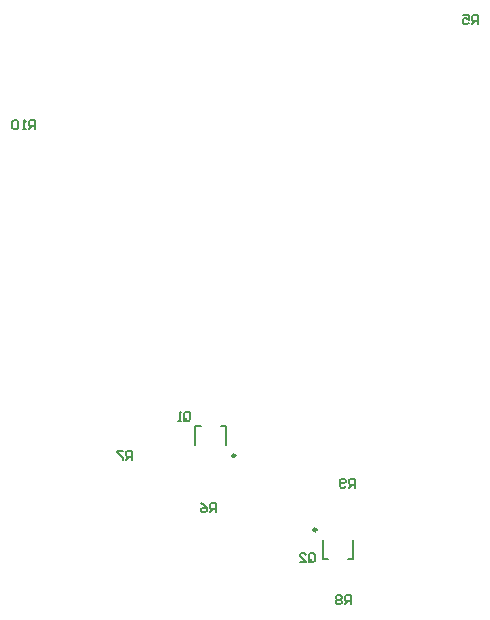
<source format=gbo>
%FSLAX25Y25*%
%MOIN*%
G70*
G01*
G75*
G04 Layer_Color=32896*
%ADD10R,0.05906X0.03937*%
%ADD11R,0.03937X0.05906*%
%ADD12R,0.01181X0.06890*%
%ADD13R,0.06890X0.01181*%
%ADD14R,0.03937X0.05906*%
%ADD15R,0.05906X0.05118*%
%ADD16R,0.05118X0.05906*%
%ADD17R,0.02362X0.05709*%
%ADD18C,0.00700*%
%ADD19C,0.03000*%
%ADD20C,0.02000*%
%ADD21C,0.01000*%
%ADD22C,0.05512*%
%ADD23C,0.10000*%
%ADD24R,0.03937X0.03937*%
%ADD25C,0.03937*%
%ADD26C,0.05906*%
%ADD27R,0.05906X0.05906*%
%ADD28R,0.05906X0.05906*%
%ADD29C,0.03000*%
%ADD30R,0.03543X0.03740*%
%ADD31R,0.03543X0.03740*%
%ADD32C,0.02362*%
%ADD33C,0.00984*%
%ADD34C,0.00787*%
%ADD35C,0.00500*%
%ADD36R,0.06706X0.04737*%
%ADD37R,0.04737X0.06706*%
%ADD38R,0.01981X0.07690*%
%ADD39R,0.07690X0.01981*%
%ADD40R,0.04737X0.06706*%
%ADD41R,0.06706X0.05918*%
%ADD42R,0.05918X0.06706*%
%ADD43R,0.03162X0.06509*%
%ADD44C,0.06312*%
%ADD45C,0.10800*%
%ADD46R,0.04737X0.04737*%
%ADD47C,0.04737*%
%ADD48C,0.06706*%
%ADD49R,0.06706X0.06706*%
%ADD50R,0.06706X0.06706*%
%ADD51C,0.03800*%
%ADD52R,0.04343X0.04540*%
%ADD53R,0.04343X0.04540*%
D33*
X235558Y67627D02*
G03*
X235558Y67627I-492J0D01*
G01*
X262632Y42881D02*
G03*
X262632Y42881I-492J0D01*
G01*
D34*
X222270Y71072D02*
Y77469D01*
X232507Y71072D02*
Y77469D01*
X230735D02*
X232507D01*
X222270D02*
X224042D01*
X274935Y33038D02*
Y39436D01*
X264699Y33038D02*
Y39436D01*
Y33038D02*
X266471D01*
X273164D02*
X274935D01*
D35*
X218484Y79795D02*
Y81795D01*
X218984Y82295D01*
X219984D01*
X220483Y81795D01*
Y79795D01*
X219984Y79296D01*
X218984D01*
X219484Y80295D02*
X218484Y79296D01*
X218984D02*
X218484Y79795D01*
X217484Y79296D02*
X216485D01*
X216984D01*
Y82295D01*
X217484Y81795D01*
X260085Y32526D02*
Y34526D01*
X260585Y35026D01*
X261585D01*
X262084Y34526D01*
Y32526D01*
X261585Y32027D01*
X260585D01*
X261085Y33026D02*
X260085Y32027D01*
X260585D02*
X260085Y32526D01*
X257086Y32027D02*
X259085D01*
X257086Y34026D01*
Y34526D01*
X257586Y35026D01*
X258586D01*
X259085Y34526D01*
X316279Y211349D02*
Y214348D01*
X314779D01*
X314279Y213848D01*
Y212848D01*
X314779Y212349D01*
X316279D01*
X315279D02*
X314279Y211349D01*
X311280Y214348D02*
X313280D01*
Y212848D01*
X312280Y213348D01*
X311780D01*
X311280Y212848D01*
Y211849D01*
X311780Y211349D01*
X312780D01*
X313280Y211849D01*
X228991Y48729D02*
Y51728D01*
X227491D01*
X226991Y51228D01*
Y50228D01*
X227491Y49728D01*
X228991D01*
X227991D02*
X226991Y48729D01*
X223992Y51728D02*
X224992Y51228D01*
X225992Y50228D01*
Y49228D01*
X225492Y48729D01*
X224492D01*
X223992Y49228D01*
Y49728D01*
X224492Y50228D01*
X225992D01*
X201105Y66217D02*
Y69216D01*
X199605D01*
X199105Y68716D01*
Y67717D01*
X199605Y67217D01*
X201105D01*
X200105D02*
X199105Y66217D01*
X198106Y69216D02*
X196106D01*
Y68716D01*
X198106Y66717D01*
Y66217D01*
X274062Y18001D02*
Y21000D01*
X272563D01*
X272063Y20500D01*
Y19501D01*
X272563Y19001D01*
X274062D01*
X273063D02*
X272063Y18001D01*
X271063Y20500D02*
X270564Y21000D01*
X269564D01*
X269064Y20500D01*
Y20000D01*
X269564Y19501D01*
X269064Y19001D01*
Y18501D01*
X269564Y18001D01*
X270564D01*
X271063Y18501D01*
Y19001D01*
X270564Y19501D01*
X271063Y20000D01*
Y20500D01*
X270564Y19501D02*
X269564D01*
X275299Y56990D02*
Y59989D01*
X273800D01*
X273300Y59489D01*
Y58490D01*
X273800Y57990D01*
X275299D01*
X274299D02*
X273300Y56990D01*
X272300Y57490D02*
X271800Y56990D01*
X270801D01*
X270301Y57490D01*
Y59489D01*
X270801Y59989D01*
X271800D01*
X272300Y59489D01*
Y58990D01*
X271800Y58490D01*
X270301D01*
X168745Y176465D02*
Y179464D01*
X167245D01*
X166745Y178964D01*
Y177964D01*
X167245Y177464D01*
X168745D01*
X167745D02*
X166745Y176465D01*
X165745D02*
X164746D01*
X165246D01*
Y179464D01*
X165745Y178964D01*
X163246D02*
X162746Y179464D01*
X161747D01*
X161247Y178964D01*
Y176964D01*
X161747Y176465D01*
X162746D01*
X163246Y176964D01*
Y178964D01*
M02*

</source>
